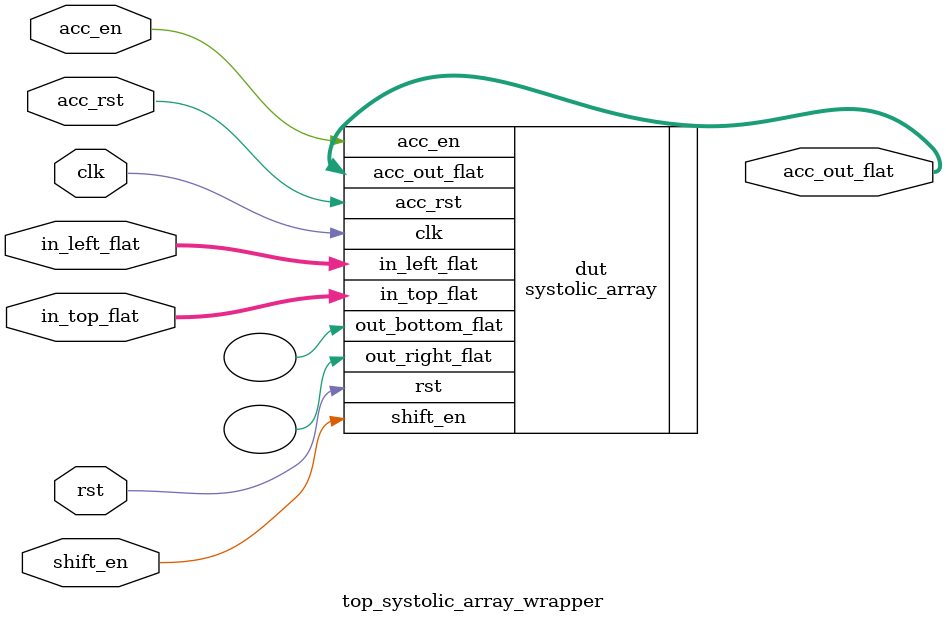
<source format=sv>
module top_systolic_array_wrapper #(
    parameter MATRIX_SIZE = 3,
    parameter DATA_WIDTH  = 8,
    parameter ACC_WIDTH   = 32
)(
    input  logic clk,
    input  logic rst,
    input  logic acc_rst,
    input  logic acc_en,
    input  logic shift_en,
    input  logic [DATA_WIDTH*MATRIX_SIZE-1:0] in_left_flat,
    input  logic [DATA_WIDTH*MATRIX_SIZE-1:0] in_top_flat,
    output logic [ACC_WIDTH*MATRIX_SIZE*MATRIX_SIZE-1:0] acc_out_flat
);

    // Optional: Flattened outputs if needed later
    // logic [DATA_WIDTH*MATRIX_SIZE-1:0] out_right_flat;
    // logic [DATA_WIDTH*MATRIX_SIZE-1:0] out_bottom_flat;

    systolic_array #(
        .MATRIX_SIZE(MATRIX_SIZE),
        .DATA_WIDTH(DATA_WIDTH),
        .ACC_WIDTH(ACC_WIDTH)
    ) dut (
        .clk(clk),
        .rst(rst),
        .acc_rst(acc_rst),
        .acc_en(acc_en),
        .shift_en(shift_en),
        .in_left_flat(in_left_flat),
        .in_top_flat(in_top_flat),
        .out_right_flat(), // Unused, not connected
        .out_bottom_flat(), // Unused, not connected
        .acc_out_flat(acc_out_flat)
    );

endmodule

</source>
